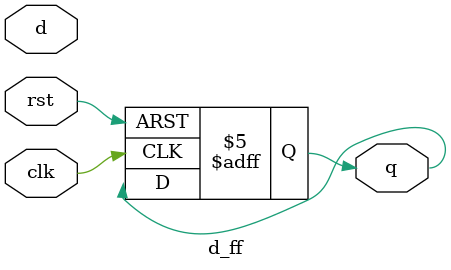
<source format=sv>

module d_ff(
    input clk,
    input rst,
    input d,
    output logic q
    );

always @ ( posedge clk or posedge rst )
    begin : proc_flip_flop
        if ( rst )
            q <= '0;
        else
            d <= q;
    end

endmodule


</source>
